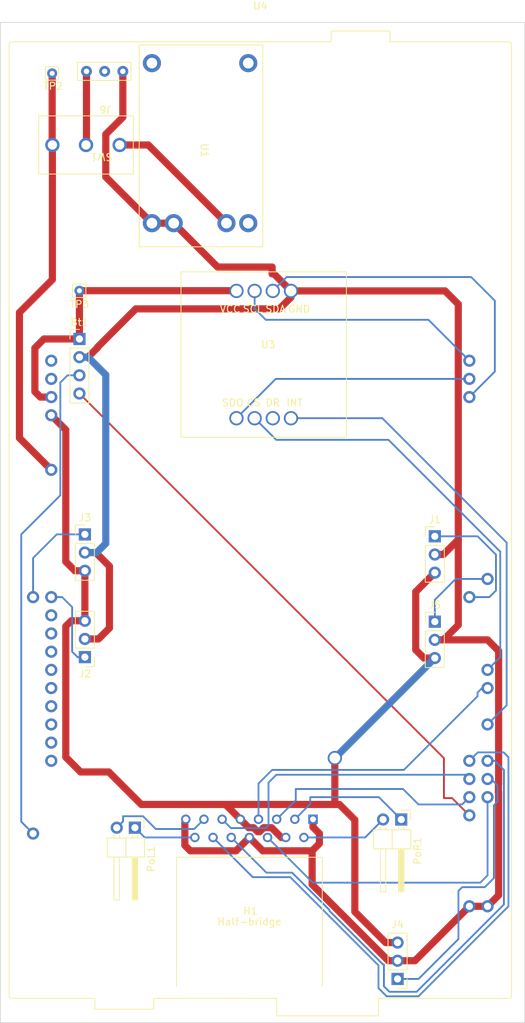
<source format=kicad_pcb>
(kicad_pcb (version 20211014) (generator pcbnew)
  (layers (0 "F.Cu" signal) (31 "B.Cu" power) (34 "B.Paste" user) (35 "F.Paste" user) (36 "B.SilkS" user "B.Silkscreen") (37 "F.SilkS" user "F.Silkscreen") (38 "B.Mask" user) (39 "F.Mask" user) (44 "Edge.Cuts" user))
  (net 0 "")
  (net 1 "GND")
  (net 2 "Net-(H1-Pad2)")
  (net 3 "Net-(H1-Pad3)")
  (net 4 "/5V")
  (net 5 "Net-(H1-Pad13)")
  (net 6 "Net-(H1-Pad14)")
  (net 7 "Net-(U3-Pad2)")
  (net 9 "Net-(U3-Pad4)")
  (net 10 "/3.3V")
  (net 11 "Net-(U3-Pad6)")
  (net 12 "Net-(U3-Pad7)")
  (net 13 "/IOREF")
  (net 14 "Net-(J3-Pad1)")
  (net 15 "Net-(J1-Pad1)")
  (net 20 "/Vin")
  (net 21 "/chrg+")
  (net 22 "/Batt+")
  (net 23 "Net-(J2-Pad1)")
  (net 24 "Net-(Bt1-Pad3)")
  (net 25 "Net-(U3-Pad1)")
  (net 26 "Net-(J5-Pad1)")
  (net 27 "Net-(H1-Pad7)")
  (net 28 "Net-(H1-Pad12)")
  (net 29 "Net-(H1-Pad10)")
  (net 30 "Net-(H1-Pad11)")
  (net 31 "Net-(J4-Pad1)")
  (net 32 "Net-(H1-Pad5)")
  (net 33 "Net-(H1-Pad6)")
  (net 34 "Net-(Bt1-Pad4)")
  (footprint "Connector_PinHeader_2.54mm:PinHeader_1x03_P2.54mm_Vertical" (layer "F.Cu") (at 149.606 166.358 180)
    (fp_text reference "J4" (at 0 7.62) (layer "F.SilkS"))
    (fp_text value "IR_sensor")
    (fp_line (start -1.33 1.27) (end -1.33 6.41) (layer "F.SilkS") (width 0.12))
    (fp_line (start -1.33 6.41) (end 1.33 6.41) (layer "F.SilkS") (width 0.12))
    (fp_line (start -1.33 0) (end -1.33 -1.33) (layer "F.SilkS") (width 0.12))
    (fp_line (start -1.33 -1.33) (end 0 -1.33) (layer "F.SilkS") (width 0.12))
    (fp_line (start 1.33 1.27) (end 1.33 6.41) (layer "F.SilkS") (width 0.12))
    (fp_line (start -1.33 1.27) (end 1.33 1.27) (layer "F.SilkS") (width 0.12))
    (pad "1" thru_hole rect (at 0 0 180) (size 1.7 1.7) (drill 1) (layers *.Cu *.Mask) (net 31 "Net-(J4-Pad1)"))
    (pad "2" thru_hole oval (at 0 2.54 180) (size 1.7 1.7) (drill 1) (layers *.Cu *.Mask) (net 1 "GND"))
    (pad "3" thru_hole oval (at 0 5.08 180) (size 1.7 1.7) (drill 1) (layers *.Cu *.Mask) (net 4 "/5V"))
  )
  (footprint "Connector_PinHeader_2.54mm:PinHeader_1x02_P2.54mm_Horizontal" (layer "F.Cu") (at 112.908 145.234 -90)
    (fp_text reference "PoL1" (at 4.385 -2.27 90) (layer "F.SilkS"))
    (fp_text value "DC-motor_L")
    (fp_line (start 4.1 0.16) (end 10.1 0.16) (layer "F.SilkS") (width 0.12))
    (fp_line (start 1.44 3.87) (end 4.1 3.87) (layer "F.SilkS") (width 0.12))
    (fp_line (start 1.44 1.27) (end 4.1 1.27) (layer "F.SilkS") (width 0.12))
    (fp_line (start 1.042929 2.92) (end 1.44 2.92) (layer "F.SilkS") (width 0.12))
    (fp_line (start 1.11 -0.38) (end 1.44 -0.38) (layer "F.SilkS") (width 0.12))
    (fp_line (start 4.1 -0.32) (end 10.1 -0.32) (layer "F.SilkS") (width 0.12))
    (fp_line (start -1.27 0) (end -1.27 -1.27) (layer "F.SilkS") (width 0.12))
    (fp_line (start 10.1 0.38) (end 4.1 0.38) (layer "F.SilkS") (width 0.12))
    (fp_line (start 4.1 0.28) (end 10.1 0.28) (layer "F.SilkS") (width 0.12))
    (fp_line (start 1.042929 2.16) (end 1.44 2.16) (layer "F.SilkS") (width 0.12))
    (fp_line (start 4.1 -1.33) (end 1.44 -1.33) (layer "F.SilkS") (width 0.12))
    (fp_line (start 10.1 2.16) (end 10.1 2.92) (layer "F.SilkS") (width 0.12))
    (fp_line (start 4.1 3.87) (end 4.1 -1.33) (layer "F.SilkS") (width 0.12))
    (fp_line (start 10.1 2.92) (end 4.1 2.92) (layer "F.SilkS") (width 0.12))
    (fp_line (start -1.27 -1.27) (end 0 -1.27) (layer "F.SilkS") (width 0.12))
    (fp_line (start 1.44 -1.33) (end 1.44 3.87) (layer "F.SilkS") (width 0.12))
    (fp_line (start 4.1 -0.08) (end 10.1 -0.08) (layer "F.SilkS") (width 0.12))
    (fp_line (start 10.1 -0.38) (end 10.1 0.38) (layer "F.SilkS") (width 0.12))
    (fp_line (start 4.1 -0.38) (end 10.1 -0.38) (layer "F.SilkS") (width 0.12))
    (fp_line (start 4.1 0.04) (end 10.1 0.04) (layer "F.SilkS") (width 0.12))
    (fp_line (start 4.1 2.16) (end 10.1 2.16) (layer "F.SilkS") (width 0.12))
    (fp_line (start 1.11 0.38) (end 1.44 0.38) (layer "F.SilkS") (width 0.12))
    (fp_line (start 4.1 -0.2) (end 10.1 -0.2) (layer "F.SilkS") (width 0.12))
    (pad "1" thru_hole rect (at 0 0 270) (size 1.7 1.7) (drill 1) (layers *.Cu *.Mask) (net 6 "Net-(H1-Pad14)"))
    (pad "2" thru_hole oval (at 0 2.54 270) (size 1.7 1.7) (drill 1) (layers *.Cu *.Mask) (net 5 "Net-(H1-Pad13)"))
  )
  (footprint "Omat:GY-50" (layer "F.Cu") (at 119.348 90.713)
    (fp_text reference "U3" (at 12.192 -12.93 unlocked) (layer "F.SilkS"))
    (fp_text value "gy50")
    (fp_text user "INT" (at 15.875 -4.826 unlocked) (layer "F.SilkS"))
    (fp_text user "VCC" (at 6.858 -17.907 unlocked) (layer "F.SilkS"))
    (fp_text user "CS" (at 10.16 -4.826 unlocked) (layer "F.SilkS"))
    (fp_text user "SCL" (at 10.033 -17.907 unlocked) (layer "F.SilkS"))
    (fp_text user "DR" (at 12.827 -4.826 unlocked) (layer "F.SilkS"))
    (fp_text user "GND" (at 16.51 -17.907 unlocked) (layer "F.SilkS"))
    (fp_text user "SDA" (at 13.208 -17.907 unlocked) (layer "F.SilkS"))
    (fp_text user "SDO" (at 7.239 -4.826 unlocked) (layer "F.SilkS"))
    (fp_rect (start 0 0) (end 23.114 -23.114) (layer "F.SilkS") (width 0.12) (fill none))
    (pad "1" thru_hole circle (at 7.747 -2.667) (size 2 2) (drill 1.5) (layers *.Cu *.Mask) (net 25 "Net-(U3-Pad1)"))
    (pad "2" thru_hole circle (at 10.287 -2.667) (size 2 2) (drill 1.5) (layers *.Cu *.Mask) (net 7 "Net-(U3-Pad2)"))
    (pad "3" thru_hole circle (at 12.827 -2.667) (size 2 2) (drill 1.5) (layers *.Cu *.Mask))
    (pad "4" thru_hole circle (at 15.367 -2.667) (size 2 2) (drill 1.5) (layers *.Cu *.Mask) (net 9 "Net-(U3-Pad4)"))
    (pad "5" thru_hole circle (at 7.747 -20.447) (size 2 2) (drill 1.5) (layers *.Cu *.Mask) (net 10 "/3.3V"))
    (pad "6" thru_hole circle (at 10.287 -20.447) (size 2 2) (drill 1.5) (layers *.Cu *.Mask) (net 11 "Net-(U3-Pad6)"))
    (pad "7" thru_hole circle (at 12.827 -20.447) (size 2 2) (drill 1.5) (layers *.Cu *.Mask) (net 12 "Net-(U3-Pad7)"))
    (pad "8" thru_hole circle (at 15.367 -20.447) (size 2 2) (drill 1.5) (layers *.Cu *.Mask) (net 1 "GND"))
  )
  (footprint "Connector_Pin:Pin_D0.7mm_L6.5mm_W1.8mm_FlatFork" (layer "F.Cu") (at 101.346 39.881)
    (fp_text reference "TP2" (at 0.127 1.778) (layer "F.SilkS"))
    (fp_text value "TestPoint")
    (fp_line (start 0.9 0.95) (end 0.9 -0.9) (layer "F.SilkS") (width 0.12))
    (fp_line (start -0.95 0.95) (end 0.9 0.95) (layer "F.SilkS") (width 0.12))
    (fp_line (start 0.9 -0.9) (end 0.9 -0.95) (layer "F.SilkS") (width 0.12))
    (fp_line (start -0.95 -0.95) (end -0.95 0.95) (layer "F.SilkS") (width 0.12))
    (fp_line (start 0.9 -0.95) (end -0.95 -0.95) (layer "F.SilkS") (width 0.12))
    (pad "1" thru_hole circle (at 0 0) (size 1.4 1.4) (drill 0.7) (layers *.Cu *.Mask) (net 20 "/Vin"))
  )
  (footprint "Connector_PinHeader_2.54mm:PinHeader_1x04_P2.54mm_Vertical" (layer "F.Cu") (at 105.156 76.975)
    (fp_text reference "Bt1" (at 0 -2.33) (layer "F.SilkS"))
    (fp_text value "Bluetooth_module")
    (fp_line (start -1.33 8.95) (end 1.33 8.95) (layer "F.SilkS") (width 0.12))
    (fp_line (start -1.33 0) (end -1.33 -1.33) (layer "F.SilkS") (width 0.12))
    (fp_line (start 1.33 1.27) (end 1.33 8.95) (layer "F.SilkS") (width 0.12))
    (fp_line (start -1.33 -1.33) (end 0 -1.33) (layer "F.SilkS") (width 0.12))
    (fp_line (start -1.33 1.27) (end -1.33 8.95) (layer "F.SilkS") (width 0.12))
    (fp_line (start -1.33 1.27) (end 1.33 1.27) (layer "F.SilkS") (width 0.12))
    (pad "1" thru_hole rect (at 0 0) (size 1.7 1.7) (drill 1) (layers *.Cu *.Mask) (net 10 "/3.3V"))
    (pad "2" thru_hole oval (at 0 2.54) (size 1.7 1.7) (drill 1) (layers *.Cu *.Mask) (net 1 "GND"))
    (pad "3" thru_hole oval (at 0 5.08) (size 1.7 1.7) (drill 1) (layers *.Cu *.Mask) (net 24 "Net-(Bt1-Pad3)"))
    (pad "4" thru_hole oval (at 0 7.62) (size 1.7 1.7) (drill 1) (layers *.Cu *.Mask) (net 34 "Net-(Bt1-Pad4)"))
  )
  (footprint "Omat:SPDT" (layer "F.Cu") (at 112.681 45.818 180)
    (fp_text reference "SW1" (at 4.445 -5.715 180 unlocked) (layer "F.SilkS"))
    (fp_text value "Pwr_Sw")
    (fp_rect (start 0 0) (end 13.208 -8.128) (layer "F.SilkS") (width 0.12) (fill none))
    (pad "1" thru_hole circle (at 11.303 -4.064 180) (size 2 2) (drill 1.3) (layers *.Cu *.Mask) (net 20 "/Vin"))
    (pad "2" thru_hole circle (at 6.604 -4.064 180) (size 2 2) (drill 1.3) (layers *.Cu *.Mask) (net 22 "/Batt+"))
    (pad "3" thru_hole circle (at 1.905 -4.064 180) (size 2 2) (drill 1.3) (layers *.Cu *.Mask) (net 21 "/chrg+"))
  )
  (footprint "Connector_PinHeader_2.54mm:PinHeader_1x03_P2.54mm_Vertical" (layer "F.Cu") (at 105.918 104.27)
    (fp_text reference "J3" (at 0 -2.33) (layer "F.SilkS"))
    (fp_text value "IR_sensor")
    (fp_line (start 1.33 1.27) (end 1.33 6.41) (layer "F.SilkS") (width 0.12))
    (fp_line (start -1.33 1.27) (end -1.33 6.41) (layer "F.SilkS") (width 0.12))
    (fp_line (start -1.33 1.27) (end 1.33 1.27) (layer "F.SilkS") (width 0.12))
    (fp_line (start -1.33 6.41) (end 1.33 6.41) (layer "F.SilkS") (width 0.12))
    (fp_line (start -1.33 -1.33) (end 0 -1.33) (layer "F.SilkS") (width 0.12))
    (fp_line (start -1.33 0) (end -1.33 -1.33) (layer "F.SilkS") (width 0.12))
    (pad "1" thru_hole rect (at 0 0) (size 1.7 1.7) (drill 1) (layers *.Cu *.Mask) (net 14 "Net-(J3-Pad1)"))
    (pad "2" thru_hole oval (at 0 2.54) (size 1.7 1.7) (drill 1) (layers *.Cu *.Mask) (net 1 "GND"))
    (pad "3" thru_hole oval (at 0 5.08) (size 1.7 1.7) (drill 1) (layers *.Cu *.Mask) (net 4 "/5V"))
  )
  (footprint "Connector_PinHeader_2.54mm:PinHeader_1x03_P2.54mm_Vertical" (layer "F.Cu") (at 105.918 121.415 180)
    (fp_text reference "J2" (at 0 -2.33) (layer "F.SilkS"))
    (fp_text value "IR_sensor")
    (fp_line (start -1.33 0) (end -1.33 -1.33) (layer "F.SilkS") (width 0.12))
    (fp_line (start 1.33 1.27) (end 1.33 6.41) (layer "F.SilkS") (width 0.12))
    (fp_line (start -1.33 6.41) (end 1.33 6.41) (layer "F.SilkS") (width 0.12))
    (fp_line (start -1.33 1.27) (end -1.33 6.41) (layer "F.SilkS") (width 0.12))
    (fp_line (start -1.33 1.27) (end 1.33 1.27) (layer "F.SilkS") (width 0.12))
    (fp_line (start -1.33 -1.33) (end 0 -1.33) (layer "F.SilkS") (width 0.12))
    (pad "1" thru_hole rect (at 0 0 180) (size 1.7 1.7) (drill 1) (layers *.Cu *.Mask) (net 23 "Net-(J2-Pad1)"))
    (pad "2" thru_hole oval (at 0 2.54 180) (size 1.7 1.7) (drill 1) (layers *.Cu *.Mask) (net 1 "GND"))
    (pad "3" thru_hole oval (at 0 5.08 180) (size 1.7 1.7) (drill 1) (layers *.Cu *.Mask) (net 4 "/5V"))
  )
  (footprint "Connector_PinHeader_2.54mm:PinHeader_1x03_P2.54mm_Vertical" (layer "F.Cu") (at 154.813 104.539)
    (fp_text reference "J1" (at 0 -2.33) (layer "F.SilkS"))
    (fp_text value "IR_sensor")
    (fp_line (start -1.33 1.27) (end 1.33 1.27) (layer "F.SilkS") (width 0.12))
    (fp_line (start -1.33 6.41) (end 1.33 6.41) (layer "F.SilkS") (width 0.12))
    (fp_line (start -1.33 0) (end -1.33 -1.33) (layer "F.SilkS") (width 0.12))
    (fp_line (start -1.33 1.27) (end -1.33 6.41) (layer "F.SilkS") (width 0.12))
    (fp_line (start -1.33 -1.33) (end 0 -1.33) (layer "F.SilkS") (width 0.12))
    (fp_line (start 1.33 1.27) (end 1.33 6.41) (layer "F.SilkS") (width 0.12))
    (pad "1" thru_hole rect (at 0 0) (size 1.7 1.7) (drill 1) (layers *.Cu *.Mask) (net 15 "Net-(J1-Pad1)"))
    (pad "2" thru_hole oval (at 0 2.54) (size 1.7 1.7) (drill 1) (layers *.Cu *.Mask) (net 1 "GND"))
    (pad "3" thru_hole oval (at 0 5.08) (size 1.7 1.7) (drill 1) (layers *.Cu *.Mask) (net 4 "/5V"))
  )
  (footprint "Omat:TPS4056" (layer "F.Cu") (at 113.506 35.912 -90)
    (fp_text reference "U1" (at 14.732 -9.12 -90 unlocked) (layer "F.SilkS"))
    (fp_text value "pwr_mgr_1")
    (fp_rect (start 0 0) (end 28.194 -17.272) (layer "F.SilkS") (width 0.12) (fill none))
    (pad "1" thru_hole circle (at 24.892 -1.778 270) (size 2.54 2.54) (drill 1.5) (layers *.Cu *.Mask) (net 1 "GND"))
    (pad "2" thru_hole circle (at 24.892 -4.826 270) (size 2.54 2.54) (drill 1.5) (layers *.Cu *.Mask) (net 1 "GND"))
    (pad "3" thru_hole circle (at 24.892 -12.192 270) (size 2.54 2.54) (drill 1.5) (layers *.Cu *.Mask) (net 21 "/chrg+"))
    (pad "4" thru_hole circle (at 24.892 -15.24 270) (size 2.54 2.54) (drill 1.5) (layers *.Cu *.Mask))
    (pad "5" thru_hole circle (at 2.54 -1.778 270) (size 2.54 2.54) (drill 1.5) (layers *.Cu *.Mask))
    (pad "6" thru_hole circle (at 2.54 -15.24 270) (size 2.54 2.54) (drill 1.5) (layers *.Cu *.Mask))
  )
  (footprint "Connector_Pin:Pin_D0.7mm_L6.5mm_W1.8mm_FlatFork" (layer "F.Cu") (at 105.156 70.234)
    (fp_text reference "TP3" (at 0 1.905) (layer "F.SilkS"))
    (fp_text value "TestPoint")
    (fp_line (start -0.95 0.95) (end 0.9 0.95) (layer "F.SilkS") (width 0.12))
    (fp_line (start 0.9 -0.95) (end -0.95 -0.95) (layer "F.SilkS") (width 0.12))
    (fp_line (start -0.95 -0.95) (end -0.95 0.95) (layer "F.SilkS") (width 0.12))
    (fp_line (start 0.9 -0.9) (end 0.9 -0.95) (layer "F.SilkS") (width 0.12))
    (fp_line (start 0.9 0.95) (end 0.9 -0.9) (layer "F.SilkS") (width 0.12))
    (pad "1" thru_hole circle (at 0 0) (size 1.4 1.4) (drill 0.7) (layers *.Cu *.Mask) (net 10 "/3.3V"))
  )
  (footprint "Connector_PinHeader_2.54mm:PinHeader_1x02_P2.54mm_Horizontal" (layer "F.Cu") (at 150.119 144.091 -90)
    (fp_text reference "PoR1" (at 4.385 -2.27 90) (layer "F.SilkS"))
    (fp_text value "DC-motor_R")
    (fp_line (start 1.44 3.87) (end 4.1 3.87) (layer "F.SilkS") (width 0.12))
    (fp_line (start 10.1 2.16) (end 10.1 2.92) (layer "F.SilkS") (width 0.12))
    (fp_line (start 10.1 -0.38) (end 10.1 0.38) (layer "F.SilkS") (width 0.12))
    (fp_line (start 4.1 2.16) (end 10.1 2.16) (layer "F.SilkS") (width 0.12))
    (fp_line (start 10.1 2.92) (end 4.1 2.92) (layer "F.SilkS") (width 0.12))
    (fp_line (start 1.11 -0.38) (end 1.44 -0.38) (layer "F.SilkS") (width 0.12))
    (fp_line (start 4.1 -0.38) (end 10.1 -0.38) (layer "F.SilkS") (width 0.12))
    (fp_line (start 1.44 -1.33) (end 1.44 3.87) (layer "F.SilkS") (width 0.12))
    (fp_line (start 1.042929 2.92) (end 1.44 2.92) (layer "F.SilkS") (width 0.12))
    (fp_line (start 1.042929 2.16) (end 1.44 2.16) (layer "F.SilkS") (width 0.12))
    (fp_line (start 4.1 -0.08) (end 10.1 -0.08) (layer "F.SilkS") (width 0.12))
    (fp_line (start 4.1 0.28) (end 10.1 0.28) (layer "F.SilkS") (width 0.12))
    (fp_line (start 4.1 -0.32) (end 10.1 -0.32) (layer "F.SilkS") (width 0.12))
    (fp_line (start -1.27 0) (end -1.27 -1.27) (layer "F.SilkS") (width 0.12))
    (fp_line (start 4.1 0.16) (end 10.1 0.16) (layer "F.SilkS") (width 0.12))
    (fp_line (start 4.1 0.04) (end 10.1 0.04) (layer "F.SilkS") (width 0.12))
    (fp_line (start 4.1 -0.2) (end 10.1 -0.2) (layer "F.SilkS") (width 0.12))
    (fp_line (start 1.11 0.38) (end 1.44 0.38) (layer "F.SilkS") (width 0.12))
    (fp_line (start 1.44 1.27) (end 4.1 1.27) (layer "F.SilkS") (width 0.12))
    (fp_line (start -1.27 -1.27) (end 0 -1.27) (layer "F.SilkS") (width 0.12))
    (fp_line (start 10.1 0.38) (end 4.1 0.38) (layer "F.SilkS") (width 0.12))
    (fp_line (start 4.1 3.87) (end 4.1 -1.33) (layer "F.SilkS") (width 0.12))
    (fp_line (start 4.1 -1.33) (end 1.44 -1.33) (layer "F.SilkS") (width 0.12))
    (pad "1" thru_hole rect (at 0 0 270) (size 1.7 1.7) (drill 1) (layers *.Cu *.Mask) (net 3 "Net-(H1-Pad3)"))
    (pad "2" thru_hole oval (at 0 2.54 270) (size 1.7 1.7) (drill 1) (layers *.Cu *.Mask) (net 2 "Net-(H1-Pad2)"))
  )
  (footprint "Omat:Connector_3pin" (layer "F.Cu") (at 112.3635 38.325 180)
    (fp_text reference "J6" (at 3.556 -6.58 180 unlocked) (layer "F.SilkS"))
    (fp_text value "BATT")
    (fp_rect (start 0 0) (end 7.493 -2.54) (layer "F.SilkS") (width 0.12) (fill none))
    (pad "1" thru_hole circle (at 1.143 -1.27 180) (size 1.524 1.524) (drill 0.762) (layers *.Cu *.Mask) (net 1 "GND"))
    (pad "2" thru_hole circle (at 3.683 -1.27 180) (size 1.524 1.524) (drill 0.762) (layers *.Cu *.Mask))
    (pad "3" thru_hole circle (at 6.223 -1.27 180) (size 1.524 1.524) (drill 0.762) (layers *.Cu *.Mask) (net 22 "/Batt+"))
  )
  (footprint "Omat:L298HN" (layer "F.Cu") (at 137.795 144.0591 180)
    (fp_text reference "H1" (at 8.763 -12.827 180) (layer "F.SilkS"))
    (fp_text value "Half-bridge" (at 8.89 -14.3129 180) (layer "F.SilkS"))
    (fp_line (start 19.0754 -5.3086) (end 19.0754 -23.3172) (layer "F.SilkS") (width 0.12))
    (fp_line (start -1.2954 -23.3172) (end -1.2954 -5.3086) (layer "F.SilkS") (width 0.12))
    (fp_line (start -1.2954 -5.3086) (end 19.0754 -5.3086) (layer "F.SilkS") (width 0.12))
    (pad "1" thru_hole rect (at 0 0 180) (size 1.3208 1.3208) (drill 0.8128) (layers *.Cu *.Mask) (net 1 "GND"))
    (pad "2" thru_hole circle (at 1.27 -2.54 180) (size 1.3208 1.3208) (drill 0.8128) (layers *.Cu *.Mask) (net 2 "Net-(H1-Pad2)"))
    (pad "3" thru_hole circle (at 2.54 0 180) (size 1.3208 1.3208) (drill 0.8128) (layers *.Cu *.Mask) (net 3 "Net-(H1-Pad3)"))
    (pad "4" thru_hole circle (at 3.81 -2.54 180) (size 1.3208 1.3208) (drill 0.8128) (layers *.Cu *.Mask) (net 4 "/5V"))
    (pad "5" thru_hole circle (at 5.08 0 180) (size 1.3208 1.3208) (drill 0.8128) (layers *.Cu *.Mask) (net 32 "Net-(H1-Pad5)"))
    (pad "6" thru_hole circle (at 6.35 -2.54 180) (size 1.3208 1.3208) (drill 0.8128) (layers *.Cu *.Mask) (net 33 "Net-(H1-Pad6)"))
    (pad "7" thru_hole circle (at 7.62 0 180) (size 1.3208 1.3208) (drill 0.8128) (layers *.Cu *.Mask) (net 27 "Net-(H1-Pad7)"))
    (pad "8" thru_hole circle (at 8.89 -2.54 180) (size 1.3208 1.3208) (drill 0.8128) (layers *.Cu *.Mask) (net 1 "GND"))
    (pad "9" thru_hole circle (at 10.16 0 180) (size 1.3208 1.3208) (drill 0.8128) (layers *.Cu *.Mask) (net 4 "/5V"))
    (pad "10" thru_hole circle (at 11.43 -2.54 180) (size 1.3208 1.3208) (drill 0.8128) (layers *.Cu *.Mask) (net 29 "Net-(H1-Pad10)"))
    (pad "11" thru_hole circle (at 12.7 0 180) (size 1.3208 1.3208) (drill 0.8128) (layers *.Cu *.Mask) (net 30 "Net-(H1-Pad11)"))
    (pad "12" thru_hole circle (at 13.97 -2.54 180) (size 1.3208 1.3208) (drill 0.8128) (layers *.Cu *.Mask) (net 28 "Net-(H1-Pad12)"))
    (pad "13" thru_hole circle (at 15.24 0 180) (size 1.3208 1.3208) (drill 0.8128) (layers *.Cu *.Mask) (net 5 "Net-(H1-Pad13)"))
    (pad "14" thru_hole circle (at 16.51 -2.54 180) (size 1.3208 1.3208) (drill 0.8128) (layers *.Cu *.Mask) (net 6 "Net-(H1-Pad14)"))
    (pad "15" thru_hole circle (at 17.78 0 180) (size 1.3208 1.3208) (drill 0.8128) (layers *.Cu *.Mask) (net 1 "GND"))
  )
  (footprint "Omat:ST_Morpho_Connector_144_STLink_MountingHoles_modded" (layer "F.Cu") (at 98.679 67.313)
    (fp_text reference "U4" (at 31.75 -36.83) (layer "F.SilkS"))
    (fp_text value "NUCLEO144-F429ZI")
    (fp_line (start 49.86 -31.84) (end 66.45 -31.84) (layer "F.SilkS") (width 0.12))
    (fp_line (start 8.64 101.76) (end 8.64 103.27) (layer "F.SilkS") (width 0.12))
    (fp_line (start 41.64 -31.84) (end -2.95 -31.84) (layer "F.SilkS") (width 0.12))
    (fp_line (start 8.64 101.76) (end -2.95 101.76) (layer "F.SilkS") (width 0.12))
    (fp_line (start 48.26 101.76) (end 66.45 101.76) (layer "F.SilkS") (width 0.12))
    (fp_line (start 49.86 -33.35) (end 49.86 -31.84) (layer "F.SilkS") (width 0.12))
    (fp_line (start 8.64 103.27) (end 16.86 103.27) (layer "F.SilkS") (width 0.12))
    (fp_line (start 34.04 104.21) (end 34.04 101.76) (layer "F.SilkS") (width 0.12))
    (fp_line (start 16.86 103.27) (end 16.86 101.75) (layer "F.SilkS") (width 0.12))
    (fp_line (start 48.26 101.76) (end 48.26 104.21) (layer "F.SilkS") (width 0.12))
    (fp_line (start 41.64 -31.84) (end 41.64 -33.35) (layer "F.SilkS") (width 0.12))
    (fp_line (start 41.64 -33.35) (end 49.86 -33.35) (layer "F.SilkS") (width 0.12))
    (fp_line (start 66.85 101.36) (end 66.85 -31.44) (layer "F.SilkS") (width 0.12))
    (fp_line (start -3.35 -31.44) (end -3.35 101.36) (layer "F.SilkS") (width 0.12))
    (fp_line (start 48.26 104.21) (end 34.04 104.21) (layer "F.SilkS") (width 0.12))
    (fp_line (start 34.04 101.76) (end 16.86 101.75) (layer "F.SilkS") (width 0.12))
    (fp_arc (start 66.45 -31.84) (mid 66.732843 -31.722843) (end 66.85 -31.44) (layer "F.SilkS") (width 0.12))
    (fp_arc (start -3.35 -31.44) (mid -3.232843 -31.722843) (end -2.95 -31.84) (layer "F.SilkS") (width 0.12))
    (fp_arc (start -2.95 101.76) (mid -3.232843 101.642843) (end -3.35 101.36) (layer "F.SilkS") (width 0.12))
    (fp_arc (start 66.85 101.36) (mid 66.732843 101.642843) (end 66.45 101.76) (layer "F.SilkS") (width 0.12))
    (pad "" np_thru_hole circle (at 40.55 48.3) (size 3 3) (drill 3) (layers *.Cu *.Mask))
    (pad "" np_thru_hole circle (at 55.9 -2.5) (size 3 3) (drill 3) (layers *.Cu *.Mask))
    (pad "" np_thru_hole circle (at 8.89 72.39) (size 3 3) (drill 3) (layers *.Cu *.Mask))
    (pad "" np_thru_hole circle (at 7.62 -3.81) (size 3 3) (drill 3) (layers *.Cu *.Mask))
    (pad "" np_thru_hole circle (at 54.6 72.4) (size 3 3) (drill 3) (layers *.Cu *.Mask))
    (pad "12" thru_hole circle (at 2.54 12.7) (size 1.7 1.7) (drill 1) (layers *.Cu *.Mask) (net 13 "/IOREF"))
    (pad "14" thru_hole circle (at 2.54 15.24) (size 1.7 1.7) (drill 1) (layers *.Cu *.Mask))
    (pad "16" thru_hole circle (at 2.54 17.78) (size 1.7 1.7) (drill 1) (layers *.Cu *.Mask) (net 10 "/3.3V"))
    (pad "18" thru_hole circle (at 2.54 20.32) (size 1.7 1.7) (drill 1) (layers *.Cu *.Mask) (net 4 "/5V"))
    (pad "24" thru_hole circle (at 2.54 27.94) (size 1.7 1.7) (drill 1) (layers *.Cu *.Mask) (net 20 "/Vin"))
    (pad "37" thru_hole circle (at 0 45.72) (size 1.7 1.7) (drill 1) (layers *.Cu *.Mask) (net 14 "Net-(J3-Pad1)"))
    (pad "38" thru_hole circle (at 2.54 45.72) (size 1.7 1.7) (drill 1) (layers *.Cu *.Mask) (net 23 "Net-(J2-Pad1)"))
    (pad "40" thru_hole circle (at 2.54 48.26) (size 1.7 1.7) (drill 1) (layers *.Cu *.Mask))
    (pad "42" thru_hole circle (at 2.54 50.8) (size 1.7 1.7) (drill 1) (layers *.Cu *.Mask))
    (pad "44" thru_hole circle (at 2.54 53.34) (size 1.7 1.7) (drill 1) (layers *.Cu *.Mask))
    (pad "46" thru_hole circle (at 2.54 55.88) (size 1.7 1.7) (drill 1) (layers *.Cu *.Mask))
    (pad "48" thru_hole circle (at 2.54 58.42) (size 1.7 1.7) (drill 1) (layers *.Cu *.Mask))
    (pad "50" thru_hole circle (at 2.54 60.96) (size 1.7 1.7) (drill 1) (layers *.Cu *.Mask))
    (pad "52" thru_hole circle (at 2.54 63.5) (size 1.7 1.7) (drill 1) (layers *.Cu *.Mask))
    (pad "54" thru_hole circle (at 2.54 66.04) (size 1.7 1.7) (drill 1) (layers *.Cu *.Mask))
    (pad "56" thru_hole circle (at 2.54 68.58) (size 1.7 1.7) (drill 1) (layers *.Cu *.Mask))
    (pad "63" thru_hole circle (at 0 78.74) (size 1.7 1.7) (drill 1) (layers *.Cu *.Mask) (net 24 "Net-(Bt1-Pad3)"))
    (pad "83" thru_hole circle (at 60.96 12.7) (size 1.7 1.7) (drill 1) (layers *.Cu *.Mask) (net 11 "Net-(U3-Pad6)"))
    (pad "85" thru_hole circle (at 60.96 15.24) (size 1.7 1.7) (drill 1) (layers *.Cu *.Mask) (net 25 "Net-(U3-Pad1)"))
    (pad "87" thru_hole circle (at 60.96 17.78) (size 1.7 1.7) (drill 1) (layers *.Cu *.Mask) (net 12 "Net-(U3-Pad7)"))
    (pad "108" thru_hole circle (at 63.5 43.18) (size 1.7 1.7) (drill 1) (layers *.Cu *.Mask) (net 26 "Net-(J5-Pad1)"))
    (pad "109" thru_hole circle (at 60.96 45.72) (size 1.7 1.7) (drill 1) (layers *.Cu *.Mask) (net 15 "Net-(J1-Pad1)"))
    (pad "118" thru_hole circle (at 63.5 55.88) (size 1.7 1.7) (drill 1) (layers *.Cu *.Mask) (net 7 "Net-(U3-Pad2)"))
    (pad "120" thru_hole circle (at 63.5 58.42) (size 1.7 1.7) (drill 1) (layers *.Cu *.Mask) (net 27 "Net-(H1-Pad7)"))
    (pad "124" thru_hole circle (at 63.5 63.5) (size 1.7 1.7) (drill 1) (layers *.Cu *.Mask) (net 9 "Net-(U3-Pad4)"))
    (pad "127" thru_hole circle (at 60.96 68.58) (size 1.7 1.7) (drill 1) (layers *.Cu *.Mask) (net 28 "Net-(H1-Pad12)"))
    (pad "128" thru_hole circle (at 63.5 68.58) (size 1.7 1.7) (drill 1) (layers *.Cu *.Mask) (net 29 "Net-(H1-Pad10)"))
    (pad "129" thru_hole circle (at 60.96 71.12) (size 1.7 1.7) (drill 1) (layers *.Cu *.Mask) (net 30 "Net-(H1-Pad11)"))
    (pad "130" thru_hole circle (at 63.5 71.12) (size 1.7 1.7) (drill 1) (layers *.Cu *.Mask) (net 31 "Net-(J4-Pad1)"))
    (pad "131" thru_hole circle (at 60.96 73.66) (size 1.7 1.7) (drill 1) (layers *.Cu *.Mask) (net 32 "Net-(H1-Pad5)"))
    (pad "132" thru_hole circle (at 63.5 73.66) (size 1.7 1.7) (drill 1) (layers *.Cu *.Mask) (net 33 "Net-(H1-Pad6)"))
    (pad "133" thru_hole circle (at 60.96 76.2) (size 1.7 1.7) (drill 1) (layers *.Cu *.Mask) (net 34 "Net-(Bt1-Pad4)"))
    (pad "143" thru_hole circle (at 60.96 88.9) (size 1.7 1.7) (drill 1) (layers *.Cu *.Mask) (net 1 "GND"))
    (pad "144" thru_hole circle (at 63.5 88.9) (size 1.7 1.7) (drill 1) (layers *.Cu *.Mask) (net 1 "GND"))
  )
  (footprint "Connector_PinHeader_2.54mm:PinHeader_1x03_P2.54mm_Vertical" (layer "F.Cu") (at 154.813 116.462)
    (fp_text reference "J5" (at 0 -2.33) (layer "F.SilkS"))
    (fp_text value "IR_sensor")
    (fp_line (start 1.33 1.27) (end 1.33 6.41) (layer "F.SilkS") (width 0.12))
    (fp_line (start -1.33 1.27) (end -1.33 6.41) (layer "F.SilkS") (width 0.12))
    (fp_line (start -1.33 -1.33) (end 0 -1.33) (layer "F.SilkS") (width 0.12))
    (fp_line (start -1.33 6.41) (end 1.33 6.41) (layer "F.SilkS") (width 0.12))
    (fp_line (start -1.33 0) (end -1.33 -1.33) (layer "F.SilkS") (width 0.12))
    (fp_line (start -1.33 1.27) (end 1.33 1.27) (layer "F.SilkS") (width 0.12))
    (pad "1" thru_hole rect (at 0 0) (size 1.7 1.7) (drill 1) (layers *.Cu *.Mask) (net 26 "Net-(J5-Pad1)"))
    (pad "2" thru_hole oval (at 0 2.54) (size 1.7 1.7) (drill 1) (layers *.Cu *.Mask) (net 1 "GND"))
    (pad "3" thru_hole oval (at 0 5.08) (size 1.7 1.7) (drill 1) (layers *.Cu *.Mask) (net 4 "/5V"))
  )
  (gr_rect (start 94.107 32.769) (end 167.386 172.469) (layer "Edge.Cuts") (width 0.1) (fill none))
  (segment (start 163.703 140.305659) (end 163.703 139.100341) (width 1) (layer "F.Cu") (net 1))
  (segment (start 106.358081 79.515) (end 107.696 78.177081) (width 1) (layer "F.Cu") (net 1))
  (segment (start 132.334 67.885) (end 132.08 67.885) (width 1) (layer "F.Cu") (net 1))
  (segment (start 108.839 54.359) (end 115.284 60.804) (width 1) (layer "F.Cu") (net 1))
  (segment (start 111.2205 39.595) (end 111.2205 46.0085) (width 1) (layer "F.Cu") (net 1))
  (segment (start 107.823 118.875) (end 109.347 117.351) (width 1) (layer "F.Cu") (net 1))
  (segment (start 158.089489 116.927592) (end 156.015081 119.002) (width 1) (layer "F.Cu") (net 1))
  (segment (start 134.715 71.155) (end 134.715 70.266) (width 1) (layer "F.Cu") (net 1))
  (segment (start 113.03 72.774) (end 133.096 72.774) (width 1) (layer "F.Cu") (net 1))
  (segment (start 111.2205 46.0085) (end 108.839 48.39) (width 1) (layer "F.Cu") (net 1))
  (segment (start 163.728511 154.663489) (end 163.728511 140.33117) (width 1) (layer "F.Cu") (net 1))
  (segment (start 149.606 163.818) (end 152.034 163.818) (width 1) (layer "F.Cu") (net 1))
  (segment (start 105.918 118.875) (end 107.823 118.875) (width 1) (layer "F.Cu") (net 1))
  (segment (start 137.795 145.164) (end 138.684 146.053) (width 1) (layer "F.Cu") (net 1))
  (segment (start 107.442 106.81) (end 105.918 106.81) (width 1) (layer "F.Cu") (net 1))
  (segment (start 107.696 78.177081) (end 107.696 78.108) (width 1) (layer "F.Cu") (net 1))
  (segment (start 133.096 72.774) (end 134.715 71.155) (width 1) (layer "F.Cu") (net 1))
  (segment (start 109.347 108.715) (end 107.442 106.81) (width 1) (layer "F.Cu") (net 1))
  (segment (start 105.156 79.515) (end 106.358081 79.515) (width 1) (layer "F.Cu") (net 1))
  (segment (start 148.321 163.818) (end 149.606 163.818) (width 1) (layer "F.Cu") (net 1))
  (segment (start 156.242 70.266) (end 158.089489 72.113489) (width 1) (layer "F.Cu") (net 1))
  (segment (start 119.888 147.704) (end 119.888 144.1861) (width 1) (layer "F.Cu") (net 1))
  (segment (start 163.728511 140.33117) (end 163.703 140.305659) (width 1) (layer "F.Cu") (net 1))
  (segment (start 152.034 163.818) (end 159.639 156.213) (width 1) (layer "F.Cu") (net 1))
  (segment (start 162.179 119.002) (end 154.813 119.002) (width 1) (layer "F.Cu") (net 1))
  (segment (start 130.7719 148.466) (end 128.905 146.5991) (width 1) (layer "F.Cu") (net 1))
  (segment (start 158.089489 72.113489) (end 158.089489 105.004592) (width 1) (layer "F.Cu") (net 1))
  (segment (start 162.179 156.213) (end 163.728511 154.663489) (width 1) (layer "F.Cu") (net 1))
  (segment (start 163.728511 139.07483) (end 163.728511 120.551511) (width 1) (layer "F.Cu") (net 1))
  (segment (start 132.08 66.932) (end 132.08 67.885) (width 1) (layer "F.Cu") (net 1))
  (segment (start 124.46 66.932) (end 132.08 66.932) (width 1) (layer "F.Cu") (net 1))
  (segment (start 138.684 147.45) (end 137.668 148.466) (width 1) (layer "F.Cu") (net 1))
  (segment (start 137.795 144.0591) (end 137.795 145.164) (width 1) (layer "F.Cu") (net 1))
  (segment (start 107.696 78.108) (end 113.03 72.774) (width 1) (layer "F.Cu") (net 1))
  (segment (start 128.905 146.5991) (end 127.0381 148.466) (width 1) (layer "F.Cu") (net 1))
  (segment (start 134.715 70.266) (end 156.242 70.266) (width 1) (layer "F.Cu") (net 1))
  (segment (start 158.089489 105.004592) (end 158.089489 116.927592) (width 1) (layer "F.Cu") (net 1))
  (segment (start 119.888 144.1861) (end 120.015 144.0591) (width 1) (layer "F.Cu") (net 1))
  (segment (start 108.839 48.39) (end 108.839 54.359) (width 1) (layer "F.Cu") (net 1))
  (segment (start 134.715 70.266) (end 132.334 67.885) (width 1) (layer "F.Cu") (net 1))
  (segment (start 159.639 156.213) (end 162.179 156.213) (width 1) (layer "F.Cu") (net 1))
  (segment (start 137.668 148.466) (end 137.668 153.165) (width 1) (layer "F.Cu") (net 1))
  (segment (start 163.703 139.100341) (end 163.728511 139.07483) (width 1) (layer "F.Cu") (net 1))
  (segment (start 109.347 117.351) (end 109.347 108.715) (width 1) (layer "F.Cu") (net 1))
  (segment (start 138.684 146.053) (end 138.684 147.45) (width 1) (layer "F.Cu") (net 1))
  (segment (start 156.015081 119.002) (end 154.813 119.002) (width 1) (layer "F.Cu") (net 1))
  (segment (start 137.668 148.466) (end 130.7719 148.466) (width 1) (layer "F.Cu") (net 1))
  (segment (start 137.668 153.165) (end 148.321 163.818) (width 1) (layer "F.Cu") (net 1))
  (segment (start 115.284 60.804) (end 118.332 60.804) (width 1) (layer "F.Cu") (net 1))
  (segment (start 156.015081 107.079) (end 154.813 107.079) (width 1) (layer "F.Cu") (net 1))
  (segment (start 120.65 148.466) (end 119.888 147.704) (width 1) (layer "F.Cu") (net 1))
  (segment (start 163.728511 120.551511) (end 162.179 119.002) (width 1) (layer "F.Cu") (net 1))
  (segment (start 118.332 60.804) (end 124.46 66.932) (width 1) (layer "F.Cu") (net 1))
  (segment (start 158.089489 105.004592) (end 156.015081 107.079) (width 1) (layer "F.Cu") (net 1))
  (segment (start 127.0381 148.466) (end 120.65 148.466) (width 1) (layer "F.Cu") (net 1))
  (segment (start 107.569 106.81) (end 108.839 105.54) (width 1) (layer "B.Cu") (net 1))
  (segment (start 106.358081 79.515) (end 105.156 79.515) (width 1) (layer "B.Cu") (net 1))
  (segment (start 107.569 106.81) (end 105.918 106.81) (width 1) (layer "B.Cu") (net 1))
  (segment (start 108.839 105.54) (end 108.839 81.995919) (width 1) (layer "B.Cu") (net 1))
  (segment (start 108.839 81.995919) (end 106.358081 79.515) (width 1) (layer "B.Cu") (net 1))
  (segment (start 145.0709 146.5991) (end 147.579 144.091) (width 0.25) (layer "B.Cu") (net 2))
  (segment (start 136.525 146.5991) (end 145.0709 146.5991) (width 0.25) (layer "B.Cu") (net 2))
  (segment (start 137.414 140.973) (end 137.414 141.9001) (width 0.25) (layer "B.Cu") (net 3))
  (segment (start 147.001 140.973) (end 137.414 140.973) (width 0.25) (layer "B.Cu") (net 3))
  (segment (start 137.414 141.9001) (end 135.255 144.0591) (width 0.25) (layer "B.Cu") (net 3))
  (segment (start 150.119 144.091) (end 147.001 140.973) (width 0.25) (layer "B.Cu") (net 3))
  (segment (start 105.918 116.335) (end 105.918 109.35) (width 1) (layer "F.Cu") (net 4))
  (segment (start 153.289 121.542) (end 152.146 120.399) (width 1) (layer "F.Cu") (net 4))
  (segment (start 128.815089 145.239189) (end 129.488189 145.239189) (width 1) (layer "F.Cu") (net 4))
  (segment (start 130.881705 145.239189) (end 132.008295 145.239189) (width 1) (layer "F.Cu") (net 4))
  (segment (start 143.637 144.148) (end 143.637 156.975) (width 1) (layer "F.Cu") (net 4))
  (segment (start 143.637 156.975) (end 147.94 161.278) (width 1) (layer "F.Cu") (net 4))
  (segment (start 105.918 116.335) (end 104.013 116.335) (width 1) (layer "F.Cu") (net 4))
  (segment (start 103.251 135.385) (end 105.319479 137.453479) (width 1) (layer "F.Cu") (net 4))
  (segment (start 104.521 109.35) (end 103.378 108.207) (width 1) (layer "F.Cu") (net 4))
  (segment (start 152.146 112.286) (end 154.813 109.619) (width 1) (layer "F.Cu") (net 4))
  (segment (start 152.146 120.399) (end 152.146 112.286) (width 1) (layer "F.Cu") (net 4))
  (segment (start 103.251 89.665) (end 101.219 87.633) (width 1) (layer "F.Cu") (net 4))
  (segment (start 129.488189 145.239189) (end 130.048 145.799) (width 1) (layer "F.Cu") (net 4))
  (segment (start 103.251 117.097) (end 103.251 135.385) (width 1) (layer "F.Cu") (net 4))
  (segment (start 125.5649 141.989) (end 127.635 144.0591) (width 1) (layer "F.Cu") (net 4))
  (segment (start 104.013 116.335) (end 103.251 117.097) (width 1) (layer "F.Cu") (net 4))
  (segment (start 133.368206 146.5991) (end 133.985 146.5991) (width 1) (layer "F.Cu") (net 4))
  (segment (start 113.792 141.989) (end 125.5649 141.989) (width 1) (layer "F.Cu") (net 4))
  (segment (start 103.251 108.08) (end 103.251 89.665) (width 1) (layer "F.Cu") (net 4))
  (segment (start 127.635 144.0591) (end 128.815089 145.239189) (width 1) (layer "F.Cu") (net 4))
  (segment (start 130.321894 145.799) (end 130.881705 145.239189) (width 1) (layer "F.Cu") (net 4))
  (segment (start 132.008295 145.239189) (end 133.368206 146.5991) (width 1) (layer "F.Cu") (net 4))
  (segment (start 130.048 145.799) (end 130.321894 145.799) (width 1) (layer "F.Cu") (net 4))
  (segment (start 105.918 109.35) (end 104.521 109.35) (width 1) (layer "F.Cu") (net 4))
  (segment (start 141.478 141.989) (end 143.637 144.148) (width 1) (layer "F.Cu") (net 4))
  (segment (start 125.5649 141.989) (end 140.843 141.989) (width 1) (layer "F.Cu") (net 4))
  (segment (start 140.843 141.989) (end 141.478 141.989) (width 1) (layer "F.Cu") (net 4))
  (segment (start 147.94 161.278) (end 149.606 161.278) (width 1) (layer "F.Cu") (net 4))
  (segment (start 109.256479 137.453479) (end 113.792 141.989) (width 1) (layer "F.Cu") (net 4))
  (segment (start 105.319479 137.453479) (end 109.256479 137.453479) (width 1) (layer "F.Cu") (net 4))
  (segment (start 103.378 108.207) (end 103.251 108.08) (width 1) (layer "F.Cu") (net 4))
  (segment (start 154.813 121.542) (end 153.289 121.542) (width 1) (layer "F.Cu") (net 4))
  (segment (start 140.843 135.512) (end 140.843 141.989) (width 1) (layer "F.Cu") (net 4))
  (via (at 140.843 135.512) (size 2) (drill 1.5) (layers "F.Cu" "B.Cu") (net 4))
  (segment (start 154.813 121.542) (end 140.843 135.512) (width 1) (layer "B.Cu") (net 4))
  (segment (start 111.252 144.35) (end 110.368 145.234) (width 0.25) (layer "B.Cu") (net 5))
  (segment (start 122.555 144.0591) (end 121.1961 145.418) (width 0.25) (layer "B.Cu") (net 5))
  (segment (start 111.252 143.64) (end 111.252 144.35) (width 0.25) (layer "B.Cu") (net 5))
  (segment (start 115.824 145.418) (end 114.046 143.64) (width 0.25) (layer "B.Cu") (net 5))
  (segment (start 121.1961 145.418) (end 115.824 145.418) (width 0.25) (layer "B.Cu") (net 5))
  (segment (start 114.046 143.64) (end 111.252 143.64) (width 0.25) (layer "B.Cu") (net 5))
  (segment (start 121.285 146.5991) (end 114.2731 146.5991) (width 0.25) (layer "B.Cu") (net 6))
  (segment (start 114.2731 146.5991) (end 112.908 145.234) (width 0.25) (layer "B.Cu") (net 6))
  (segment (start 132.651 91.062) (end 129.635 88.046) (width 0.25) (layer "B.Cu") (net 7))
  (segment (start 162.179 123.193) (end 163.957 121.415) (width 0.25) (layer "B.Cu") (net 7))
  (segment (start 163.957 106.683) (end 148.336 91.062) (width 0.25) (layer "B.Cu") (net 7))
  (segment (start 148.336 91.062) (end 132.651 91.062) (width 0.25) (layer "B.Cu") (net 7))
  (segment (start 163.957 121.415) (end 163.957 106.683) (width 0.25) (layer "B.Cu") (net 7))
  (segment (start 164.846 128.146) (end 164.846 105.413) (width 0.25) (layer "B.Cu") (net 9))
  (segment (start 147.447 88.014) (end 147.415 88.046) (width 0.25) (layer "B.Cu") (net 9))
  (segment (start 164.846 105.413) (end 147.447 88.014) (width 0.25) (layer "B.Cu") (net 9))
  (segment (start 147.415 88.046) (end 134.715 88.046) (width 0.25) (layer "B.Cu") (net 9))
  (segment (start 162.179 130.813) (end 164.846 128.146) (width 0.25) (layer "B.Cu") (net 9))
  (segment (start 100.193 76.975) (end 98.933 78.235) (width 1) (layer "F.Cu") (net 10))
  (segment (start 127.063 70.234) (end 127.095 70.266) (width 1) (layer "F.Cu") (net 10))
  (segment (start 99.695 85.093) (end 101.219 85.093) (width 1) (layer "F.Cu") (net 10))
  (segment (start 105.156 70.234) (end 105.156 76.975) (width 1) (layer "F.Cu") (net 10))
  (segment (start 105.156 76.975) (end 100.193 76.975) (width 1) (layer "F.Cu") (net 10))
  (segment (start 98.933 78.235) (end 98.933 84.331) (width 1) (layer "F.Cu") (net 10))
  (segment (start 105.156 70.234) (end 127.063 70.234) (width 1) (layer "F.Cu") (net 10))
  (segment (start 98.933 84.331) (end 99.695 85.093) (width 1) (layer "F.Cu") (net 10))
  (segment (start 129.54 72.647) (end 129.635 72.552) (width 0.25) (layer "B.Cu") (net 11))
  (segment (start 129.635 72.552) (end 129.635 70.266) (width 0.25) (layer "B.Cu") (net 11))
  (segment (start 153.924 74.298) (end 131.191 74.298) (width 0.25) (layer "B.Cu") (net 11))
  (segment (start 159.639 80.013) (end 153.924 74.298) (width 0.25) (layer "B.Cu") (net 11))
  (segment (start 131.191 74.298) (end 129.54 72.647) (width 0.25) (layer "B.Cu") (net 11))
  (segment (start 163.195 81.537) (end 163.195 71.631) (width 0.25) (layer "B.Cu") (net 12))
  (segment (start 159.639 85.093) (end 163.195 81.537) (width 0.25) (layer "B.Cu") (net 12))
  (segment (start 163.195 71.631) (end 159.893 68.329) (width 0.25) (layer "B.Cu") (net 12))
  (segment (start 159.893 68.329) (end 134.112 68.329) (width 0.25) (layer "B.Cu") (net 12))
  (segment (start 134.112 68.329) (end 132.175 70.266) (width 0.25) (layer "B.Cu") (net 12))
  (segment (start 101.981 104.27) (end 98.679 107.572) (width 0.25) (layer "B.Cu") (net 14))
  (segment (start 98.679 107.572) (end 98.679 113.033) (width 0.25) (layer "B.Cu") (net 14))
  (segment (start 105.918 104.27) (end 101.981 104.27) (width 0.25) (layer "B.Cu") (net 14))
  (segment (start 163.353511 112.112489) (end 163.353511 107.095511) (width 0.25) (layer "B.Cu") (net 15))
  (segment (start 160.797 104.539) (end 154.813 104.539) (width 0.25) (layer "B.Cu") (net 15))
  (segment (start 159.639 113.033) (end 162.433 113.033) (width 0.25) (layer "B.Cu") (net 15))
  (segment (start 163.353511 107.095511) (end 160.797 104.539) (width 0.25) (layer "B.Cu") (net 15))
  (segment (start 162.433 113.033) (end 163.353511 112.112489) (width 0.25) (layer "B.Cu") (net 15))
  (segment (start 96.774 90.808) (end 101.219 95.253) (width 1) (layer "F.Cu") (net 20))
  (segment (start 101.378 68.678) (end 96.774 73.282) (width 1) (layer "F.Cu") (net 20))
  (segment (start 96.774 73.282) (end 96.774 90.808) (width 1) (layer "F.Cu") (net 20))
  (segment (start 101.378 49.882) (end 101.378 68.678) (width 1) (layer "F.Cu") (net 20))
  (segment (start 101.346 39.881) (end 101.346 49.85) (width 1) (layer "F.Cu") (net 20))
  (segment (start 101.346 49.85) (end 101.378 49.882) (width 1) (layer "F.Cu") (net 20))
  (segment (start 110.776 49.882) (end 114.776 49.882) (width 1) (layer "F.Cu") (net 21))
  (segment (start 114.776 49.882) (end 125.698 60.804) (width 1) (layer "F.Cu") (net 21))
  (segment (start 106.1405 49.8185) (end 106.077 49.882) (width 1) (layer "F.Cu") (net 22))
  (segment (start 106.1405 39.595) (end 106.1405 49.8185) (width 1) (layer "F.Cu") (net 22))
  (segment (start 102.743 113.033) (end 101.219 113.033) (width 0.25) (layer "B.Cu") (net 23))
  (segment (start 104.902 121.415) (end 104.14 120.653) (width 0.25) (layer "B.Cu") (net 23))
  (segment (start 105.918 121.415) (end 104.902 121.415) (width 0.25) (layer "B.Cu") (net 23))
  (segment (start 104.14 114.43) (end 102.743 113.033) (width 0.25) (layer "B.Cu") (net 23))
  (segment (start 104.14 120.653) (end 104.14 114.43) (width 0.25) (layer "B.Cu") (net 23))
  (segment (start 102.489 83.061) (end 102.489 98.809) (width 0.25) (layer "B.Cu") (net 24))
  (segment (start 105.156 82.055) (end 103.495 82.055) (width 0.25) (layer "B.Cu") (net 24))
  (segment (start 97.028 144.402) (end 98.679 146.053) (width 0.25) (layer "B.Cu") (net 24))
  (segment (start 97.028 104.27) (end 97.028 144.402) (width 0.25) (layer "B.Cu") (net 24))
  (segment (start 103.495 82.055) (end 102.489 83.061) (width 0.25) (layer "B.Cu") (net 24))
  (segment (start 102.489 98.809) (end 97.028 104.27) (width 0.25) (layer "B.Cu") (net 24))
  (segment (start 127.095 88.046) (end 132.588 82.553) (width 0.25) (layer "B.Cu") (net 25))
  (segment (start 132.588 82.553) (end 159.639 82.553) (width 0.25) (layer "B.Cu") (net 25))
  (segment (start 157.734 110.493) (end 154.813 113.414) (width 0.25) (layer "B.Cu") (net 26))
  (segment (start 162.179 110.493) (end 157.734 110.493) (width 0.25) (layer "B.Cu") (net 26))
  (segment (start 154.813 113.414) (end 154.813 116.462) (width 0.25) (layer "B.Cu") (net 26))
  (segment (start 161.417 125.733) (end 162.179 125.733) (width 0.25) (layer "B.Cu") (net 27))
  (segment (start 130.175 144.0591) (end 130.175 139.068) (width 0.25) (layer "B.Cu") (net 27))
  (segment (start 160.782 126.876) (end 160.782 126.368) (width 0.25) (layer "B.Cu") (net 27))
  (segment (start 130.175 139.068) (end 132.08 137.163) (width 0.25) (layer "B.Cu") (net 27))
  (segment (start 132.08 137.163) (end 150.495 137.163) (width 0.25) (layer "B.Cu") (net 27))
  (segment (start 150.495 137.163) (end 160.782 126.876) (width 0.25) (layer "B.Cu") (net 27))
  (segment (start 160.782 126.368) (end 161.417 125.733) (width 0.25) (layer "B.Cu") (net 27))
  (segment (start 146.939 164.468) (end 146.939 167.643) (width 0.25) (layer "B.Cu") (net 28))
  (segment (start 148.082 168.786) (end 152.527 168.786) (width 0.25) (layer "B.Cu") (net 28))
  (segment (start 164.433489 134.718489) (end 160.813511 134.718489) (width 0.25) (layer "B.Cu") (net 28))
  (segment (start 129.3749 152.149) (end 134.62 152.149) (width 0.25) (layer "B.Cu") (net 28))
  (segment (start 165.1 135.385) (end 164.433489 134.718489) (width 0.25) (layer "B.Cu") (net 28))
  (segment (start 165.1 156.213) (end 165.1 135.385) (width 0.25) (layer "B.Cu") (net 28))
  (segment (start 160.813511 134.718489) (end 159.639 135.893) (width 0.25) (layer "B.Cu") (net 28))
  (segment (start 146.939 167.643) (end 148.082 168.786) (width 0.25) (layer "B.Cu") (net 28))
  (segment (start 134.62 152.149) (end 146.939 164.468) (width 0.25) (layer "B.Cu") (net 28))
  (segment (start 152.527 168.786) (end 165.1 156.213) (width 0.25) (layer "B.Cu") (net 28))
  (segment (start 123.825 146.5991) (end 129.3749 152.149) (width 0.25) (layer "B.Cu") (net 28))
  (segment (start 131.2799 151.514) (end 134.874 151.514) (width 0.25) (layer "B.Cu") (net 29))
  (segment (start 126.365 146.5991) (end 131.2799 151.514) (width 0.25) (layer "B.Cu") (net 29))
  (segment (start 164.465 137.163) (end 163.195 135.893) (width 0.25) (layer "B.Cu") (net 29))
  (segment (start 148.463 168.151) (end 152.273 168.151) (width 0.25) (layer "B.Cu") (net 29))
  (segment (start 140.081 156.848) (end 147.574 164.341) (width 0.25) (layer "B.Cu") (net 29))
  (segment (start 152.273 168.151) (end 164.465 155.959) (width 0.25) (layer "B.Cu") (net 29))
  (segment (start 147.574 164.341) (end 147.701 164.341) (width 0.25) (layer "B.Cu") (net 29))
  (segment (start 140.081 156.721) (end 140.081 156.848) (width 0.25) (layer "B.Cu") (net 29))
  (segment (start 164.465 155.959) (end 164.465 137.163) (width 0.25) (layer "B.Cu") (net 29))
  (segment (start 147.701 164.341) (end 147.701 167.389) (width 0.25) (layer "B.Cu") (net 29))
  (segment (start 163.195 135.893) (end 162.179 135.893) (width 0.25) (layer "B.Cu") (net 29))
  (segment (start 147.701 167.389) (end 148.463 168.151) (width 0.25) (layer "B.Cu") (net 29))
  (segment (start 134.874 151.514) (end 140.081 156.721) (width 0.25) (layer "B.Cu") (net 29))
  (segment (start 159.044479 137.838479) (end 159.639 138.433) (width 0.25) (layer "B.Cu") (net 30))
  (segment (start 126.3269 145.291) (end 131.191 145.291) (width 0.25) (layer "B.Cu") (net 30))
  (segment (start 131.572 144.91) (end 131.572 138.941) (width 0.25) (layer "B.Cu") (net 30))
  (segment (start 131.191 145.291) (end 131.572 144.91) (width 0.25) (layer "B.Cu") (net 30))
  (segment (start 132.674521 137.838479) (end 159.044479 137.838479) (width 0.25) (layer "B.Cu") (net 30))
  (segment (start 125.095 144.0591) (end 126.3269 145.291) (width 0.25) (layer "B.Cu") (net 30))
  (segment (start 131.572 138.941) (end 132.674521 137.838479) (width 0.25) (layer "B.Cu") (net 30))
  (segment (start 162.687 138.433) (end 162.179 138.433) (width 0.25) (layer "B.Cu") (net 31))
  (segment (start 163.576 141.608) (end 163.576 139.322) (width 0.25) (layer "B.Cu") (net 31))
  (segment (start 158.115 160.785) (end 158.115 154.054) (width 0.25) (layer "B.Cu") (net 31))
  (segment (start 163.068 142.116) (end 163.576 141.608) (width 0.25) (layer "B.Cu") (net 31))
  (segment (start 163.068 152.276) (end 163.068 142.116) (width 0.25) (layer "B.Cu") (net 31))
  (segment (start 158.623 153.546) (end 161.798 153.546) (width 0.25) (layer "B.Cu") (net 31))
  (segment (start 163.576 139.322) (end 162.687 138.433) (width 0.25) (layer "B.Cu") (net 31))
  (segment (start 161.798 153.546) (end 163.068 152.276) (width 0.25) (layer "B.Cu") (net 31))
  (segment (start 149.606 166.358) (end 152.542 166.358) (width 0.25) (layer "B.Cu") (net 31))
  (segment (start 158.115 154.054) (end 158.623 153.546) (width 0.25) (layer "B.Cu") (net 31))
  (segment (start 152.542 166.358) (end 158.115 160.785) (width 0.25) (layer "B.Cu") (net 31))
  (segment (start 135.382 139.83) (end 150.368 139.83) (width 0.25) (layer "B.Cu") (net 32))
  (segment (start 132.715 144.0591) (end 135.382 141.3921) (width 0.25) (layer "B.Cu") (net 32))
  (segment (start 135.382 141.3921) (end 135.382 139.83) (width 0.25) (layer "B.Cu") (net 32))
  (segment (start 150.368 139.83) (end 152.527 141.989) (width 0.25) (layer "B.Cu") (net 32))
  (segment (start 152.527 141.989) (end 158.623 141.989) (width 0.25) (layer "B.Cu") (net 32))
  (segment (start 158.623 141.989) (end 159.639 140.973) (width 0.25) (layer "B.Cu") (net 32))
  (segment (start 131.445 146.5991) (end 137.7569 152.911) (width 0.25) (layer "B.Cu") (net 33))
  (segment (start 161.163 152.911) (end 162.179 151.895) (width 0.25) (layer "B.Cu") (net 33))
  (segment (start 137.7569 152.911) (end 161.163 152.911) (width 0.25) (layer "B.Cu") (net 33))
  (segment (start 162.179 151.895) (end 162.179 140.973) (width 0.25) (layer "B.Cu") (net 33))
  (segment (start 156.083 141.1) (end 157.226 141.1) (width 0.25) (layer "F.Cu") (net 34))
  (segment (start 156.083 135.522) (end 156.083 141.1) (width 0.25) (layer "F.Cu") (net 34))
  (segment (start 105.156 84.595) (end 156.083 135.522) (width 0.25) (layer "F.Cu") (net 34))
  (segment (start 157.226 141.1) (end 159.639 143.513) (width 0.25) (layer "F.Cu") (net 34))
)
</source>
